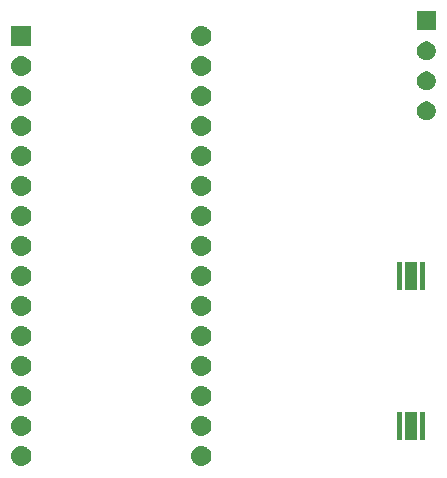
<source format=gts>
G04 #@! TF.GenerationSoftware,KiCad,Pcbnew,(5.1.0)-1*
G04 #@! TF.CreationDate,2019-10-27T15:01:23-04:00*
G04 #@! TF.ProjectId,Reciever,52656369-6576-4657-922e-6b696361645f,rev?*
G04 #@! TF.SameCoordinates,Original*
G04 #@! TF.FileFunction,Soldermask,Top*
G04 #@! TF.FilePolarity,Negative*
%FSLAX46Y46*%
G04 Gerber Fmt 4.6, Leading zero omitted, Abs format (unit mm)*
G04 Created by KiCad (PCBNEW (5.1.0)-1) date 2019-10-27 15:01:23*
%MOMM*%
%LPD*%
G04 APERTURE LIST*
%ADD10C,0.100000*%
G04 APERTURE END LIST*
D10*
G36*
X47156823Y-90601313D02*
G01*
X47317242Y-90649976D01*
X47449906Y-90720886D01*
X47465078Y-90728996D01*
X47594659Y-90835341D01*
X47701004Y-90964922D01*
X47701005Y-90964924D01*
X47780024Y-91112758D01*
X47828687Y-91273177D01*
X47845117Y-91440000D01*
X47828687Y-91606823D01*
X47780024Y-91767242D01*
X47709114Y-91899906D01*
X47701004Y-91915078D01*
X47594659Y-92044659D01*
X47465078Y-92151004D01*
X47465076Y-92151005D01*
X47317242Y-92230024D01*
X47156823Y-92278687D01*
X47031804Y-92291000D01*
X46948196Y-92291000D01*
X46823177Y-92278687D01*
X46662758Y-92230024D01*
X46514924Y-92151005D01*
X46514922Y-92151004D01*
X46385341Y-92044659D01*
X46278996Y-91915078D01*
X46270886Y-91899906D01*
X46199976Y-91767242D01*
X46151313Y-91606823D01*
X46134883Y-91440000D01*
X46151313Y-91273177D01*
X46199976Y-91112758D01*
X46278995Y-90964924D01*
X46278996Y-90964922D01*
X46385341Y-90835341D01*
X46514922Y-90728996D01*
X46530094Y-90720886D01*
X46662758Y-90649976D01*
X46823177Y-90601313D01*
X46948196Y-90589000D01*
X47031804Y-90589000D01*
X47156823Y-90601313D01*
X47156823Y-90601313D01*
G37*
G36*
X31916823Y-90601313D02*
G01*
X32077242Y-90649976D01*
X32209906Y-90720886D01*
X32225078Y-90728996D01*
X32354659Y-90835341D01*
X32461004Y-90964922D01*
X32461005Y-90964924D01*
X32540024Y-91112758D01*
X32588687Y-91273177D01*
X32605117Y-91440000D01*
X32588687Y-91606823D01*
X32540024Y-91767242D01*
X32469114Y-91899906D01*
X32461004Y-91915078D01*
X32354659Y-92044659D01*
X32225078Y-92151004D01*
X32225076Y-92151005D01*
X32077242Y-92230024D01*
X31916823Y-92278687D01*
X31791804Y-92291000D01*
X31708196Y-92291000D01*
X31583177Y-92278687D01*
X31422758Y-92230024D01*
X31274924Y-92151005D01*
X31274922Y-92151004D01*
X31145341Y-92044659D01*
X31038996Y-91915078D01*
X31030886Y-91899906D01*
X30959976Y-91767242D01*
X30911313Y-91606823D01*
X30894883Y-91440000D01*
X30911313Y-91273177D01*
X30959976Y-91112758D01*
X31038995Y-90964924D01*
X31038996Y-90964922D01*
X31145341Y-90835341D01*
X31274922Y-90728996D01*
X31290094Y-90720886D01*
X31422758Y-90649976D01*
X31583177Y-90601313D01*
X31708196Y-90589000D01*
X31791804Y-90589000D01*
X31916823Y-90601313D01*
X31916823Y-90601313D01*
G37*
G36*
X65281000Y-90096000D02*
G01*
X64259000Y-90096000D01*
X64259000Y-87704000D01*
X65281000Y-87704000D01*
X65281000Y-90096000D01*
X65281000Y-90096000D01*
G37*
G36*
X64006000Y-90096000D02*
G01*
X63574000Y-90096000D01*
X63574000Y-87704000D01*
X64006000Y-87704000D01*
X64006000Y-90096000D01*
X64006000Y-90096000D01*
G37*
G36*
X65966000Y-90096000D02*
G01*
X65534000Y-90096000D01*
X65534000Y-87704000D01*
X65966000Y-87704000D01*
X65966000Y-90096000D01*
X65966000Y-90096000D01*
G37*
G36*
X47156823Y-88061313D02*
G01*
X47317242Y-88109976D01*
X47449906Y-88180886D01*
X47465078Y-88188996D01*
X47594659Y-88295341D01*
X47701004Y-88424922D01*
X47701005Y-88424924D01*
X47780024Y-88572758D01*
X47828687Y-88733177D01*
X47845117Y-88900000D01*
X47828687Y-89066823D01*
X47780024Y-89227242D01*
X47709114Y-89359906D01*
X47701004Y-89375078D01*
X47594659Y-89504659D01*
X47465078Y-89611004D01*
X47465076Y-89611005D01*
X47317242Y-89690024D01*
X47156823Y-89738687D01*
X47031804Y-89751000D01*
X46948196Y-89751000D01*
X46823177Y-89738687D01*
X46662758Y-89690024D01*
X46514924Y-89611005D01*
X46514922Y-89611004D01*
X46385341Y-89504659D01*
X46278996Y-89375078D01*
X46270886Y-89359906D01*
X46199976Y-89227242D01*
X46151313Y-89066823D01*
X46134883Y-88900000D01*
X46151313Y-88733177D01*
X46199976Y-88572758D01*
X46278995Y-88424924D01*
X46278996Y-88424922D01*
X46385341Y-88295341D01*
X46514922Y-88188996D01*
X46530094Y-88180886D01*
X46662758Y-88109976D01*
X46823177Y-88061313D01*
X46948196Y-88049000D01*
X47031804Y-88049000D01*
X47156823Y-88061313D01*
X47156823Y-88061313D01*
G37*
G36*
X31916823Y-88061313D02*
G01*
X32077242Y-88109976D01*
X32209906Y-88180886D01*
X32225078Y-88188996D01*
X32354659Y-88295341D01*
X32461004Y-88424922D01*
X32461005Y-88424924D01*
X32540024Y-88572758D01*
X32588687Y-88733177D01*
X32605117Y-88900000D01*
X32588687Y-89066823D01*
X32540024Y-89227242D01*
X32469114Y-89359906D01*
X32461004Y-89375078D01*
X32354659Y-89504659D01*
X32225078Y-89611004D01*
X32225076Y-89611005D01*
X32077242Y-89690024D01*
X31916823Y-89738687D01*
X31791804Y-89751000D01*
X31708196Y-89751000D01*
X31583177Y-89738687D01*
X31422758Y-89690024D01*
X31274924Y-89611005D01*
X31274922Y-89611004D01*
X31145341Y-89504659D01*
X31038996Y-89375078D01*
X31030886Y-89359906D01*
X30959976Y-89227242D01*
X30911313Y-89066823D01*
X30894883Y-88900000D01*
X30911313Y-88733177D01*
X30959976Y-88572758D01*
X31038995Y-88424924D01*
X31038996Y-88424922D01*
X31145341Y-88295341D01*
X31274922Y-88188996D01*
X31290094Y-88180886D01*
X31422758Y-88109976D01*
X31583177Y-88061313D01*
X31708196Y-88049000D01*
X31791804Y-88049000D01*
X31916823Y-88061313D01*
X31916823Y-88061313D01*
G37*
G36*
X47156823Y-85521313D02*
G01*
X47317242Y-85569976D01*
X47449906Y-85640886D01*
X47465078Y-85648996D01*
X47594659Y-85755341D01*
X47701004Y-85884922D01*
X47701005Y-85884924D01*
X47780024Y-86032758D01*
X47828687Y-86193177D01*
X47845117Y-86360000D01*
X47828687Y-86526823D01*
X47780024Y-86687242D01*
X47709114Y-86819906D01*
X47701004Y-86835078D01*
X47594659Y-86964659D01*
X47465078Y-87071004D01*
X47465076Y-87071005D01*
X47317242Y-87150024D01*
X47156823Y-87198687D01*
X47031804Y-87211000D01*
X46948196Y-87211000D01*
X46823177Y-87198687D01*
X46662758Y-87150024D01*
X46514924Y-87071005D01*
X46514922Y-87071004D01*
X46385341Y-86964659D01*
X46278996Y-86835078D01*
X46270886Y-86819906D01*
X46199976Y-86687242D01*
X46151313Y-86526823D01*
X46134883Y-86360000D01*
X46151313Y-86193177D01*
X46199976Y-86032758D01*
X46278995Y-85884924D01*
X46278996Y-85884922D01*
X46385341Y-85755341D01*
X46514922Y-85648996D01*
X46530094Y-85640886D01*
X46662758Y-85569976D01*
X46823177Y-85521313D01*
X46948196Y-85509000D01*
X47031804Y-85509000D01*
X47156823Y-85521313D01*
X47156823Y-85521313D01*
G37*
G36*
X31916823Y-85521313D02*
G01*
X32077242Y-85569976D01*
X32209906Y-85640886D01*
X32225078Y-85648996D01*
X32354659Y-85755341D01*
X32461004Y-85884922D01*
X32461005Y-85884924D01*
X32540024Y-86032758D01*
X32588687Y-86193177D01*
X32605117Y-86360000D01*
X32588687Y-86526823D01*
X32540024Y-86687242D01*
X32469114Y-86819906D01*
X32461004Y-86835078D01*
X32354659Y-86964659D01*
X32225078Y-87071004D01*
X32225076Y-87071005D01*
X32077242Y-87150024D01*
X31916823Y-87198687D01*
X31791804Y-87211000D01*
X31708196Y-87211000D01*
X31583177Y-87198687D01*
X31422758Y-87150024D01*
X31274924Y-87071005D01*
X31274922Y-87071004D01*
X31145341Y-86964659D01*
X31038996Y-86835078D01*
X31030886Y-86819906D01*
X30959976Y-86687242D01*
X30911313Y-86526823D01*
X30894883Y-86360000D01*
X30911313Y-86193177D01*
X30959976Y-86032758D01*
X31038995Y-85884924D01*
X31038996Y-85884922D01*
X31145341Y-85755341D01*
X31274922Y-85648996D01*
X31290094Y-85640886D01*
X31422758Y-85569976D01*
X31583177Y-85521313D01*
X31708196Y-85509000D01*
X31791804Y-85509000D01*
X31916823Y-85521313D01*
X31916823Y-85521313D01*
G37*
G36*
X31916823Y-82981313D02*
G01*
X32077242Y-83029976D01*
X32209906Y-83100886D01*
X32225078Y-83108996D01*
X32354659Y-83215341D01*
X32461004Y-83344922D01*
X32461005Y-83344924D01*
X32540024Y-83492758D01*
X32588687Y-83653177D01*
X32605117Y-83820000D01*
X32588687Y-83986823D01*
X32540024Y-84147242D01*
X32469114Y-84279906D01*
X32461004Y-84295078D01*
X32354659Y-84424659D01*
X32225078Y-84531004D01*
X32225076Y-84531005D01*
X32077242Y-84610024D01*
X31916823Y-84658687D01*
X31791804Y-84671000D01*
X31708196Y-84671000D01*
X31583177Y-84658687D01*
X31422758Y-84610024D01*
X31274924Y-84531005D01*
X31274922Y-84531004D01*
X31145341Y-84424659D01*
X31038996Y-84295078D01*
X31030886Y-84279906D01*
X30959976Y-84147242D01*
X30911313Y-83986823D01*
X30894883Y-83820000D01*
X30911313Y-83653177D01*
X30959976Y-83492758D01*
X31038995Y-83344924D01*
X31038996Y-83344922D01*
X31145341Y-83215341D01*
X31274922Y-83108996D01*
X31290094Y-83100886D01*
X31422758Y-83029976D01*
X31583177Y-82981313D01*
X31708196Y-82969000D01*
X31791804Y-82969000D01*
X31916823Y-82981313D01*
X31916823Y-82981313D01*
G37*
G36*
X47156823Y-82981313D02*
G01*
X47317242Y-83029976D01*
X47449906Y-83100886D01*
X47465078Y-83108996D01*
X47594659Y-83215341D01*
X47701004Y-83344922D01*
X47701005Y-83344924D01*
X47780024Y-83492758D01*
X47828687Y-83653177D01*
X47845117Y-83820000D01*
X47828687Y-83986823D01*
X47780024Y-84147242D01*
X47709114Y-84279906D01*
X47701004Y-84295078D01*
X47594659Y-84424659D01*
X47465078Y-84531004D01*
X47465076Y-84531005D01*
X47317242Y-84610024D01*
X47156823Y-84658687D01*
X47031804Y-84671000D01*
X46948196Y-84671000D01*
X46823177Y-84658687D01*
X46662758Y-84610024D01*
X46514924Y-84531005D01*
X46514922Y-84531004D01*
X46385341Y-84424659D01*
X46278996Y-84295078D01*
X46270886Y-84279906D01*
X46199976Y-84147242D01*
X46151313Y-83986823D01*
X46134883Y-83820000D01*
X46151313Y-83653177D01*
X46199976Y-83492758D01*
X46278995Y-83344924D01*
X46278996Y-83344922D01*
X46385341Y-83215341D01*
X46514922Y-83108996D01*
X46530094Y-83100886D01*
X46662758Y-83029976D01*
X46823177Y-82981313D01*
X46948196Y-82969000D01*
X47031804Y-82969000D01*
X47156823Y-82981313D01*
X47156823Y-82981313D01*
G37*
G36*
X31916823Y-80441313D02*
G01*
X32077242Y-80489976D01*
X32209906Y-80560886D01*
X32225078Y-80568996D01*
X32354659Y-80675341D01*
X32461004Y-80804922D01*
X32461005Y-80804924D01*
X32540024Y-80952758D01*
X32588687Y-81113177D01*
X32605117Y-81280000D01*
X32588687Y-81446823D01*
X32540024Y-81607242D01*
X32469114Y-81739906D01*
X32461004Y-81755078D01*
X32354659Y-81884659D01*
X32225078Y-81991004D01*
X32225076Y-81991005D01*
X32077242Y-82070024D01*
X31916823Y-82118687D01*
X31791804Y-82131000D01*
X31708196Y-82131000D01*
X31583177Y-82118687D01*
X31422758Y-82070024D01*
X31274924Y-81991005D01*
X31274922Y-81991004D01*
X31145341Y-81884659D01*
X31038996Y-81755078D01*
X31030886Y-81739906D01*
X30959976Y-81607242D01*
X30911313Y-81446823D01*
X30894883Y-81280000D01*
X30911313Y-81113177D01*
X30959976Y-80952758D01*
X31038995Y-80804924D01*
X31038996Y-80804922D01*
X31145341Y-80675341D01*
X31274922Y-80568996D01*
X31290094Y-80560886D01*
X31422758Y-80489976D01*
X31583177Y-80441313D01*
X31708196Y-80429000D01*
X31791804Y-80429000D01*
X31916823Y-80441313D01*
X31916823Y-80441313D01*
G37*
G36*
X47156823Y-80441313D02*
G01*
X47317242Y-80489976D01*
X47449906Y-80560886D01*
X47465078Y-80568996D01*
X47594659Y-80675341D01*
X47701004Y-80804922D01*
X47701005Y-80804924D01*
X47780024Y-80952758D01*
X47828687Y-81113177D01*
X47845117Y-81280000D01*
X47828687Y-81446823D01*
X47780024Y-81607242D01*
X47709114Y-81739906D01*
X47701004Y-81755078D01*
X47594659Y-81884659D01*
X47465078Y-81991004D01*
X47465076Y-81991005D01*
X47317242Y-82070024D01*
X47156823Y-82118687D01*
X47031804Y-82131000D01*
X46948196Y-82131000D01*
X46823177Y-82118687D01*
X46662758Y-82070024D01*
X46514924Y-81991005D01*
X46514922Y-81991004D01*
X46385341Y-81884659D01*
X46278996Y-81755078D01*
X46270886Y-81739906D01*
X46199976Y-81607242D01*
X46151313Y-81446823D01*
X46134883Y-81280000D01*
X46151313Y-81113177D01*
X46199976Y-80952758D01*
X46278995Y-80804924D01*
X46278996Y-80804922D01*
X46385341Y-80675341D01*
X46514922Y-80568996D01*
X46530094Y-80560886D01*
X46662758Y-80489976D01*
X46823177Y-80441313D01*
X46948196Y-80429000D01*
X47031804Y-80429000D01*
X47156823Y-80441313D01*
X47156823Y-80441313D01*
G37*
G36*
X31916823Y-77901313D02*
G01*
X32077242Y-77949976D01*
X32209906Y-78020886D01*
X32225078Y-78028996D01*
X32354659Y-78135341D01*
X32461004Y-78264922D01*
X32461005Y-78264924D01*
X32540024Y-78412758D01*
X32588687Y-78573177D01*
X32605117Y-78740000D01*
X32588687Y-78906823D01*
X32540024Y-79067242D01*
X32469114Y-79199906D01*
X32461004Y-79215078D01*
X32354659Y-79344659D01*
X32225078Y-79451004D01*
X32225076Y-79451005D01*
X32077242Y-79530024D01*
X31916823Y-79578687D01*
X31791804Y-79591000D01*
X31708196Y-79591000D01*
X31583177Y-79578687D01*
X31422758Y-79530024D01*
X31274924Y-79451005D01*
X31274922Y-79451004D01*
X31145341Y-79344659D01*
X31038996Y-79215078D01*
X31030886Y-79199906D01*
X30959976Y-79067242D01*
X30911313Y-78906823D01*
X30894883Y-78740000D01*
X30911313Y-78573177D01*
X30959976Y-78412758D01*
X31038995Y-78264924D01*
X31038996Y-78264922D01*
X31145341Y-78135341D01*
X31274922Y-78028996D01*
X31290094Y-78020886D01*
X31422758Y-77949976D01*
X31583177Y-77901313D01*
X31708196Y-77889000D01*
X31791804Y-77889000D01*
X31916823Y-77901313D01*
X31916823Y-77901313D01*
G37*
G36*
X47156823Y-77901313D02*
G01*
X47317242Y-77949976D01*
X47449906Y-78020886D01*
X47465078Y-78028996D01*
X47594659Y-78135341D01*
X47701004Y-78264922D01*
X47701005Y-78264924D01*
X47780024Y-78412758D01*
X47828687Y-78573177D01*
X47845117Y-78740000D01*
X47828687Y-78906823D01*
X47780024Y-79067242D01*
X47709114Y-79199906D01*
X47701004Y-79215078D01*
X47594659Y-79344659D01*
X47465078Y-79451004D01*
X47465076Y-79451005D01*
X47317242Y-79530024D01*
X47156823Y-79578687D01*
X47031804Y-79591000D01*
X46948196Y-79591000D01*
X46823177Y-79578687D01*
X46662758Y-79530024D01*
X46514924Y-79451005D01*
X46514922Y-79451004D01*
X46385341Y-79344659D01*
X46278996Y-79215078D01*
X46270886Y-79199906D01*
X46199976Y-79067242D01*
X46151313Y-78906823D01*
X46134883Y-78740000D01*
X46151313Y-78573177D01*
X46199976Y-78412758D01*
X46278995Y-78264924D01*
X46278996Y-78264922D01*
X46385341Y-78135341D01*
X46514922Y-78028996D01*
X46530094Y-78020886D01*
X46662758Y-77949976D01*
X46823177Y-77901313D01*
X46948196Y-77889000D01*
X47031804Y-77889000D01*
X47156823Y-77901313D01*
X47156823Y-77901313D01*
G37*
G36*
X65966000Y-77396000D02*
G01*
X65534000Y-77396000D01*
X65534000Y-75004000D01*
X65966000Y-75004000D01*
X65966000Y-77396000D01*
X65966000Y-77396000D01*
G37*
G36*
X65281000Y-77396000D02*
G01*
X64259000Y-77396000D01*
X64259000Y-75004000D01*
X65281000Y-75004000D01*
X65281000Y-77396000D01*
X65281000Y-77396000D01*
G37*
G36*
X64006000Y-77396000D02*
G01*
X63574000Y-77396000D01*
X63574000Y-75004000D01*
X64006000Y-75004000D01*
X64006000Y-77396000D01*
X64006000Y-77396000D01*
G37*
G36*
X31916823Y-75361313D02*
G01*
X32077242Y-75409976D01*
X32209906Y-75480886D01*
X32225078Y-75488996D01*
X32354659Y-75595341D01*
X32461004Y-75724922D01*
X32461005Y-75724924D01*
X32540024Y-75872758D01*
X32588687Y-76033177D01*
X32605117Y-76200000D01*
X32588687Y-76366823D01*
X32540024Y-76527242D01*
X32469114Y-76659906D01*
X32461004Y-76675078D01*
X32354659Y-76804659D01*
X32225078Y-76911004D01*
X32225076Y-76911005D01*
X32077242Y-76990024D01*
X31916823Y-77038687D01*
X31791804Y-77051000D01*
X31708196Y-77051000D01*
X31583177Y-77038687D01*
X31422758Y-76990024D01*
X31274924Y-76911005D01*
X31274922Y-76911004D01*
X31145341Y-76804659D01*
X31038996Y-76675078D01*
X31030886Y-76659906D01*
X30959976Y-76527242D01*
X30911313Y-76366823D01*
X30894883Y-76200000D01*
X30911313Y-76033177D01*
X30959976Y-75872758D01*
X31038995Y-75724924D01*
X31038996Y-75724922D01*
X31145341Y-75595341D01*
X31274922Y-75488996D01*
X31290094Y-75480886D01*
X31422758Y-75409976D01*
X31583177Y-75361313D01*
X31708196Y-75349000D01*
X31791804Y-75349000D01*
X31916823Y-75361313D01*
X31916823Y-75361313D01*
G37*
G36*
X47156823Y-75361313D02*
G01*
X47317242Y-75409976D01*
X47449906Y-75480886D01*
X47465078Y-75488996D01*
X47594659Y-75595341D01*
X47701004Y-75724922D01*
X47701005Y-75724924D01*
X47780024Y-75872758D01*
X47828687Y-76033177D01*
X47845117Y-76200000D01*
X47828687Y-76366823D01*
X47780024Y-76527242D01*
X47709114Y-76659906D01*
X47701004Y-76675078D01*
X47594659Y-76804659D01*
X47465078Y-76911004D01*
X47465076Y-76911005D01*
X47317242Y-76990024D01*
X47156823Y-77038687D01*
X47031804Y-77051000D01*
X46948196Y-77051000D01*
X46823177Y-77038687D01*
X46662758Y-76990024D01*
X46514924Y-76911005D01*
X46514922Y-76911004D01*
X46385341Y-76804659D01*
X46278996Y-76675078D01*
X46270886Y-76659906D01*
X46199976Y-76527242D01*
X46151313Y-76366823D01*
X46134883Y-76200000D01*
X46151313Y-76033177D01*
X46199976Y-75872758D01*
X46278995Y-75724924D01*
X46278996Y-75724922D01*
X46385341Y-75595341D01*
X46514922Y-75488996D01*
X46530094Y-75480886D01*
X46662758Y-75409976D01*
X46823177Y-75361313D01*
X46948196Y-75349000D01*
X47031804Y-75349000D01*
X47156823Y-75361313D01*
X47156823Y-75361313D01*
G37*
G36*
X47156823Y-72821313D02*
G01*
X47317242Y-72869976D01*
X47449906Y-72940886D01*
X47465078Y-72948996D01*
X47594659Y-73055341D01*
X47701004Y-73184922D01*
X47701005Y-73184924D01*
X47780024Y-73332758D01*
X47828687Y-73493177D01*
X47845117Y-73660000D01*
X47828687Y-73826823D01*
X47780024Y-73987242D01*
X47709114Y-74119906D01*
X47701004Y-74135078D01*
X47594659Y-74264659D01*
X47465078Y-74371004D01*
X47465076Y-74371005D01*
X47317242Y-74450024D01*
X47156823Y-74498687D01*
X47031804Y-74511000D01*
X46948196Y-74511000D01*
X46823177Y-74498687D01*
X46662758Y-74450024D01*
X46514924Y-74371005D01*
X46514922Y-74371004D01*
X46385341Y-74264659D01*
X46278996Y-74135078D01*
X46270886Y-74119906D01*
X46199976Y-73987242D01*
X46151313Y-73826823D01*
X46134883Y-73660000D01*
X46151313Y-73493177D01*
X46199976Y-73332758D01*
X46278995Y-73184924D01*
X46278996Y-73184922D01*
X46385341Y-73055341D01*
X46514922Y-72948996D01*
X46530094Y-72940886D01*
X46662758Y-72869976D01*
X46823177Y-72821313D01*
X46948196Y-72809000D01*
X47031804Y-72809000D01*
X47156823Y-72821313D01*
X47156823Y-72821313D01*
G37*
G36*
X31916823Y-72821313D02*
G01*
X32077242Y-72869976D01*
X32209906Y-72940886D01*
X32225078Y-72948996D01*
X32354659Y-73055341D01*
X32461004Y-73184922D01*
X32461005Y-73184924D01*
X32540024Y-73332758D01*
X32588687Y-73493177D01*
X32605117Y-73660000D01*
X32588687Y-73826823D01*
X32540024Y-73987242D01*
X32469114Y-74119906D01*
X32461004Y-74135078D01*
X32354659Y-74264659D01*
X32225078Y-74371004D01*
X32225076Y-74371005D01*
X32077242Y-74450024D01*
X31916823Y-74498687D01*
X31791804Y-74511000D01*
X31708196Y-74511000D01*
X31583177Y-74498687D01*
X31422758Y-74450024D01*
X31274924Y-74371005D01*
X31274922Y-74371004D01*
X31145341Y-74264659D01*
X31038996Y-74135078D01*
X31030886Y-74119906D01*
X30959976Y-73987242D01*
X30911313Y-73826823D01*
X30894883Y-73660000D01*
X30911313Y-73493177D01*
X30959976Y-73332758D01*
X31038995Y-73184924D01*
X31038996Y-73184922D01*
X31145341Y-73055341D01*
X31274922Y-72948996D01*
X31290094Y-72940886D01*
X31422758Y-72869976D01*
X31583177Y-72821313D01*
X31708196Y-72809000D01*
X31791804Y-72809000D01*
X31916823Y-72821313D01*
X31916823Y-72821313D01*
G37*
G36*
X31916823Y-70281313D02*
G01*
X32077242Y-70329976D01*
X32209906Y-70400886D01*
X32225078Y-70408996D01*
X32354659Y-70515341D01*
X32461004Y-70644922D01*
X32461005Y-70644924D01*
X32540024Y-70792758D01*
X32588687Y-70953177D01*
X32605117Y-71120000D01*
X32588687Y-71286823D01*
X32540024Y-71447242D01*
X32469114Y-71579906D01*
X32461004Y-71595078D01*
X32354659Y-71724659D01*
X32225078Y-71831004D01*
X32225076Y-71831005D01*
X32077242Y-71910024D01*
X31916823Y-71958687D01*
X31791804Y-71971000D01*
X31708196Y-71971000D01*
X31583177Y-71958687D01*
X31422758Y-71910024D01*
X31274924Y-71831005D01*
X31274922Y-71831004D01*
X31145341Y-71724659D01*
X31038996Y-71595078D01*
X31030886Y-71579906D01*
X30959976Y-71447242D01*
X30911313Y-71286823D01*
X30894883Y-71120000D01*
X30911313Y-70953177D01*
X30959976Y-70792758D01*
X31038995Y-70644924D01*
X31038996Y-70644922D01*
X31145341Y-70515341D01*
X31274922Y-70408996D01*
X31290094Y-70400886D01*
X31422758Y-70329976D01*
X31583177Y-70281313D01*
X31708196Y-70269000D01*
X31791804Y-70269000D01*
X31916823Y-70281313D01*
X31916823Y-70281313D01*
G37*
G36*
X47156823Y-70281313D02*
G01*
X47317242Y-70329976D01*
X47449906Y-70400886D01*
X47465078Y-70408996D01*
X47594659Y-70515341D01*
X47701004Y-70644922D01*
X47701005Y-70644924D01*
X47780024Y-70792758D01*
X47828687Y-70953177D01*
X47845117Y-71120000D01*
X47828687Y-71286823D01*
X47780024Y-71447242D01*
X47709114Y-71579906D01*
X47701004Y-71595078D01*
X47594659Y-71724659D01*
X47465078Y-71831004D01*
X47465076Y-71831005D01*
X47317242Y-71910024D01*
X47156823Y-71958687D01*
X47031804Y-71971000D01*
X46948196Y-71971000D01*
X46823177Y-71958687D01*
X46662758Y-71910024D01*
X46514924Y-71831005D01*
X46514922Y-71831004D01*
X46385341Y-71724659D01*
X46278996Y-71595078D01*
X46270886Y-71579906D01*
X46199976Y-71447242D01*
X46151313Y-71286823D01*
X46134883Y-71120000D01*
X46151313Y-70953177D01*
X46199976Y-70792758D01*
X46278995Y-70644924D01*
X46278996Y-70644922D01*
X46385341Y-70515341D01*
X46514922Y-70408996D01*
X46530094Y-70400886D01*
X46662758Y-70329976D01*
X46823177Y-70281313D01*
X46948196Y-70269000D01*
X47031804Y-70269000D01*
X47156823Y-70281313D01*
X47156823Y-70281313D01*
G37*
G36*
X47156823Y-67741313D02*
G01*
X47317242Y-67789976D01*
X47449906Y-67860886D01*
X47465078Y-67868996D01*
X47594659Y-67975341D01*
X47701004Y-68104922D01*
X47701005Y-68104924D01*
X47780024Y-68252758D01*
X47828687Y-68413177D01*
X47845117Y-68580000D01*
X47828687Y-68746823D01*
X47780024Y-68907242D01*
X47709114Y-69039906D01*
X47701004Y-69055078D01*
X47594659Y-69184659D01*
X47465078Y-69291004D01*
X47465076Y-69291005D01*
X47317242Y-69370024D01*
X47156823Y-69418687D01*
X47031804Y-69431000D01*
X46948196Y-69431000D01*
X46823177Y-69418687D01*
X46662758Y-69370024D01*
X46514924Y-69291005D01*
X46514922Y-69291004D01*
X46385341Y-69184659D01*
X46278996Y-69055078D01*
X46270886Y-69039906D01*
X46199976Y-68907242D01*
X46151313Y-68746823D01*
X46134883Y-68580000D01*
X46151313Y-68413177D01*
X46199976Y-68252758D01*
X46278995Y-68104924D01*
X46278996Y-68104922D01*
X46385341Y-67975341D01*
X46514922Y-67868996D01*
X46530094Y-67860886D01*
X46662758Y-67789976D01*
X46823177Y-67741313D01*
X46948196Y-67729000D01*
X47031804Y-67729000D01*
X47156823Y-67741313D01*
X47156823Y-67741313D01*
G37*
G36*
X31916823Y-67741313D02*
G01*
X32077242Y-67789976D01*
X32209906Y-67860886D01*
X32225078Y-67868996D01*
X32354659Y-67975341D01*
X32461004Y-68104922D01*
X32461005Y-68104924D01*
X32540024Y-68252758D01*
X32588687Y-68413177D01*
X32605117Y-68580000D01*
X32588687Y-68746823D01*
X32540024Y-68907242D01*
X32469114Y-69039906D01*
X32461004Y-69055078D01*
X32354659Y-69184659D01*
X32225078Y-69291004D01*
X32225076Y-69291005D01*
X32077242Y-69370024D01*
X31916823Y-69418687D01*
X31791804Y-69431000D01*
X31708196Y-69431000D01*
X31583177Y-69418687D01*
X31422758Y-69370024D01*
X31274924Y-69291005D01*
X31274922Y-69291004D01*
X31145341Y-69184659D01*
X31038996Y-69055078D01*
X31030886Y-69039906D01*
X30959976Y-68907242D01*
X30911313Y-68746823D01*
X30894883Y-68580000D01*
X30911313Y-68413177D01*
X30959976Y-68252758D01*
X31038995Y-68104924D01*
X31038996Y-68104922D01*
X31145341Y-67975341D01*
X31274922Y-67868996D01*
X31290094Y-67860886D01*
X31422758Y-67789976D01*
X31583177Y-67741313D01*
X31708196Y-67729000D01*
X31791804Y-67729000D01*
X31916823Y-67741313D01*
X31916823Y-67741313D01*
G37*
G36*
X47156823Y-65201313D02*
G01*
X47317242Y-65249976D01*
X47449906Y-65320886D01*
X47465078Y-65328996D01*
X47594659Y-65435341D01*
X47701004Y-65564922D01*
X47701005Y-65564924D01*
X47780024Y-65712758D01*
X47828687Y-65873177D01*
X47845117Y-66040000D01*
X47828687Y-66206823D01*
X47780024Y-66367242D01*
X47709114Y-66499906D01*
X47701004Y-66515078D01*
X47594659Y-66644659D01*
X47465078Y-66751004D01*
X47465076Y-66751005D01*
X47317242Y-66830024D01*
X47156823Y-66878687D01*
X47031804Y-66891000D01*
X46948196Y-66891000D01*
X46823177Y-66878687D01*
X46662758Y-66830024D01*
X46514924Y-66751005D01*
X46514922Y-66751004D01*
X46385341Y-66644659D01*
X46278996Y-66515078D01*
X46270886Y-66499906D01*
X46199976Y-66367242D01*
X46151313Y-66206823D01*
X46134883Y-66040000D01*
X46151313Y-65873177D01*
X46199976Y-65712758D01*
X46278995Y-65564924D01*
X46278996Y-65564922D01*
X46385341Y-65435341D01*
X46514922Y-65328996D01*
X46530094Y-65320886D01*
X46662758Y-65249976D01*
X46823177Y-65201313D01*
X46948196Y-65189000D01*
X47031804Y-65189000D01*
X47156823Y-65201313D01*
X47156823Y-65201313D01*
G37*
G36*
X31916823Y-65201313D02*
G01*
X32077242Y-65249976D01*
X32209906Y-65320886D01*
X32225078Y-65328996D01*
X32354659Y-65435341D01*
X32461004Y-65564922D01*
X32461005Y-65564924D01*
X32540024Y-65712758D01*
X32588687Y-65873177D01*
X32605117Y-66040000D01*
X32588687Y-66206823D01*
X32540024Y-66367242D01*
X32469114Y-66499906D01*
X32461004Y-66515078D01*
X32354659Y-66644659D01*
X32225078Y-66751004D01*
X32225076Y-66751005D01*
X32077242Y-66830024D01*
X31916823Y-66878687D01*
X31791804Y-66891000D01*
X31708196Y-66891000D01*
X31583177Y-66878687D01*
X31422758Y-66830024D01*
X31274924Y-66751005D01*
X31274922Y-66751004D01*
X31145341Y-66644659D01*
X31038996Y-66515078D01*
X31030886Y-66499906D01*
X30959976Y-66367242D01*
X30911313Y-66206823D01*
X30894883Y-66040000D01*
X30911313Y-65873177D01*
X30959976Y-65712758D01*
X31038995Y-65564924D01*
X31038996Y-65564922D01*
X31145341Y-65435341D01*
X31274922Y-65328996D01*
X31290094Y-65320886D01*
X31422758Y-65249976D01*
X31583177Y-65201313D01*
X31708196Y-65189000D01*
X31791804Y-65189000D01*
X31916823Y-65201313D01*
X31916823Y-65201313D01*
G37*
G36*
X31916823Y-62661313D02*
G01*
X32077242Y-62709976D01*
X32134550Y-62740608D01*
X32225078Y-62788996D01*
X32354659Y-62895341D01*
X32461004Y-63024922D01*
X32461005Y-63024924D01*
X32540024Y-63172758D01*
X32588687Y-63333177D01*
X32605117Y-63500000D01*
X32588687Y-63666823D01*
X32540024Y-63827242D01*
X32469114Y-63959906D01*
X32461004Y-63975078D01*
X32354659Y-64104659D01*
X32225078Y-64211004D01*
X32225076Y-64211005D01*
X32077242Y-64290024D01*
X31916823Y-64338687D01*
X31791804Y-64351000D01*
X31708196Y-64351000D01*
X31583177Y-64338687D01*
X31422758Y-64290024D01*
X31274924Y-64211005D01*
X31274922Y-64211004D01*
X31145341Y-64104659D01*
X31038996Y-63975078D01*
X31030886Y-63959906D01*
X30959976Y-63827242D01*
X30911313Y-63666823D01*
X30894883Y-63500000D01*
X30911313Y-63333177D01*
X30959976Y-63172758D01*
X31038995Y-63024924D01*
X31038996Y-63024922D01*
X31145341Y-62895341D01*
X31274922Y-62788996D01*
X31365450Y-62740608D01*
X31422758Y-62709976D01*
X31583177Y-62661313D01*
X31708196Y-62649000D01*
X31791804Y-62649000D01*
X31916823Y-62661313D01*
X31916823Y-62661313D01*
G37*
G36*
X47156823Y-62661313D02*
G01*
X47317242Y-62709976D01*
X47374550Y-62740608D01*
X47465078Y-62788996D01*
X47594659Y-62895341D01*
X47701004Y-63024922D01*
X47701005Y-63024924D01*
X47780024Y-63172758D01*
X47828687Y-63333177D01*
X47845117Y-63500000D01*
X47828687Y-63666823D01*
X47780024Y-63827242D01*
X47709114Y-63959906D01*
X47701004Y-63975078D01*
X47594659Y-64104659D01*
X47465078Y-64211004D01*
X47465076Y-64211005D01*
X47317242Y-64290024D01*
X47156823Y-64338687D01*
X47031804Y-64351000D01*
X46948196Y-64351000D01*
X46823177Y-64338687D01*
X46662758Y-64290024D01*
X46514924Y-64211005D01*
X46514922Y-64211004D01*
X46385341Y-64104659D01*
X46278996Y-63975078D01*
X46270886Y-63959906D01*
X46199976Y-63827242D01*
X46151313Y-63666823D01*
X46134883Y-63500000D01*
X46151313Y-63333177D01*
X46199976Y-63172758D01*
X46278995Y-63024924D01*
X46278996Y-63024922D01*
X46385341Y-62895341D01*
X46514922Y-62788996D01*
X46605450Y-62740608D01*
X46662758Y-62709976D01*
X46823177Y-62661313D01*
X46948196Y-62649000D01*
X47031804Y-62649000D01*
X47156823Y-62661313D01*
X47156823Y-62661313D01*
G37*
G36*
X66273642Y-61459781D02*
G01*
X66419414Y-61520162D01*
X66419416Y-61520163D01*
X66550608Y-61607822D01*
X66662178Y-61719392D01*
X66723388Y-61811000D01*
X66749838Y-61850586D01*
X66810219Y-61996358D01*
X66841000Y-62151107D01*
X66841000Y-62308893D01*
X66810219Y-62463642D01*
X66749838Y-62609414D01*
X66749837Y-62609416D01*
X66662178Y-62740608D01*
X66550608Y-62852178D01*
X66419416Y-62939837D01*
X66419415Y-62939838D01*
X66419414Y-62939838D01*
X66273642Y-63000219D01*
X66118893Y-63031000D01*
X65961107Y-63031000D01*
X65806358Y-63000219D01*
X65660586Y-62939838D01*
X65660585Y-62939838D01*
X65660584Y-62939837D01*
X65529392Y-62852178D01*
X65417822Y-62740608D01*
X65330163Y-62609416D01*
X65330162Y-62609414D01*
X65269781Y-62463642D01*
X65239000Y-62308893D01*
X65239000Y-62151107D01*
X65269781Y-61996358D01*
X65330162Y-61850586D01*
X65356612Y-61811000D01*
X65417822Y-61719392D01*
X65529392Y-61607822D01*
X65660584Y-61520163D01*
X65660586Y-61520162D01*
X65806358Y-61459781D01*
X65961107Y-61429000D01*
X66118893Y-61429000D01*
X66273642Y-61459781D01*
X66273642Y-61459781D01*
G37*
G36*
X47156823Y-60121313D02*
G01*
X47317242Y-60169976D01*
X47374550Y-60200608D01*
X47465078Y-60248996D01*
X47594659Y-60355341D01*
X47701004Y-60484922D01*
X47701005Y-60484924D01*
X47780024Y-60632758D01*
X47828687Y-60793177D01*
X47845117Y-60960000D01*
X47828687Y-61126823D01*
X47780024Y-61287242D01*
X47709114Y-61419906D01*
X47701004Y-61435078D01*
X47594659Y-61564659D01*
X47465078Y-61671004D01*
X47465076Y-61671005D01*
X47317242Y-61750024D01*
X47156823Y-61798687D01*
X47031804Y-61811000D01*
X46948196Y-61811000D01*
X46823177Y-61798687D01*
X46662758Y-61750024D01*
X46514924Y-61671005D01*
X46514922Y-61671004D01*
X46385341Y-61564659D01*
X46278996Y-61435078D01*
X46270886Y-61419906D01*
X46199976Y-61287242D01*
X46151313Y-61126823D01*
X46134883Y-60960000D01*
X46151313Y-60793177D01*
X46199976Y-60632758D01*
X46278995Y-60484924D01*
X46278996Y-60484922D01*
X46385341Y-60355341D01*
X46514922Y-60248996D01*
X46605450Y-60200608D01*
X46662758Y-60169976D01*
X46823177Y-60121313D01*
X46948196Y-60109000D01*
X47031804Y-60109000D01*
X47156823Y-60121313D01*
X47156823Y-60121313D01*
G37*
G36*
X31916823Y-60121313D02*
G01*
X32077242Y-60169976D01*
X32134550Y-60200608D01*
X32225078Y-60248996D01*
X32354659Y-60355341D01*
X32461004Y-60484922D01*
X32461005Y-60484924D01*
X32540024Y-60632758D01*
X32588687Y-60793177D01*
X32605117Y-60960000D01*
X32588687Y-61126823D01*
X32540024Y-61287242D01*
X32469114Y-61419906D01*
X32461004Y-61435078D01*
X32354659Y-61564659D01*
X32225078Y-61671004D01*
X32225076Y-61671005D01*
X32077242Y-61750024D01*
X31916823Y-61798687D01*
X31791804Y-61811000D01*
X31708196Y-61811000D01*
X31583177Y-61798687D01*
X31422758Y-61750024D01*
X31274924Y-61671005D01*
X31274922Y-61671004D01*
X31145341Y-61564659D01*
X31038996Y-61435078D01*
X31030886Y-61419906D01*
X30959976Y-61287242D01*
X30911313Y-61126823D01*
X30894883Y-60960000D01*
X30911313Y-60793177D01*
X30959976Y-60632758D01*
X31038995Y-60484924D01*
X31038996Y-60484922D01*
X31145341Y-60355341D01*
X31274922Y-60248996D01*
X31365450Y-60200608D01*
X31422758Y-60169976D01*
X31583177Y-60121313D01*
X31708196Y-60109000D01*
X31791804Y-60109000D01*
X31916823Y-60121313D01*
X31916823Y-60121313D01*
G37*
G36*
X66273642Y-58919781D02*
G01*
X66419414Y-58980162D01*
X66419416Y-58980163D01*
X66550608Y-59067822D01*
X66662178Y-59179392D01*
X66723388Y-59271000D01*
X66749838Y-59310586D01*
X66810219Y-59456358D01*
X66841000Y-59611107D01*
X66841000Y-59768893D01*
X66810219Y-59923642D01*
X66749838Y-60069414D01*
X66749837Y-60069416D01*
X66662178Y-60200608D01*
X66550608Y-60312178D01*
X66419416Y-60399837D01*
X66419415Y-60399838D01*
X66419414Y-60399838D01*
X66273642Y-60460219D01*
X66118893Y-60491000D01*
X65961107Y-60491000D01*
X65806358Y-60460219D01*
X65660586Y-60399838D01*
X65660585Y-60399838D01*
X65660584Y-60399837D01*
X65529392Y-60312178D01*
X65417822Y-60200608D01*
X65330163Y-60069416D01*
X65330162Y-60069414D01*
X65269781Y-59923642D01*
X65239000Y-59768893D01*
X65239000Y-59611107D01*
X65269781Y-59456358D01*
X65330162Y-59310586D01*
X65356612Y-59271000D01*
X65417822Y-59179392D01*
X65529392Y-59067822D01*
X65660584Y-58980163D01*
X65660586Y-58980162D01*
X65806358Y-58919781D01*
X65961107Y-58889000D01*
X66118893Y-58889000D01*
X66273642Y-58919781D01*
X66273642Y-58919781D01*
G37*
G36*
X47156823Y-57581313D02*
G01*
X47317242Y-57629976D01*
X47374550Y-57660608D01*
X47465078Y-57708996D01*
X47594659Y-57815341D01*
X47701004Y-57944922D01*
X47701005Y-57944924D01*
X47780024Y-58092758D01*
X47828687Y-58253177D01*
X47845117Y-58420000D01*
X47828687Y-58586823D01*
X47780024Y-58747242D01*
X47709114Y-58879906D01*
X47701004Y-58895078D01*
X47594659Y-59024659D01*
X47465078Y-59131004D01*
X47465076Y-59131005D01*
X47317242Y-59210024D01*
X47156823Y-59258687D01*
X47031804Y-59271000D01*
X46948196Y-59271000D01*
X46823177Y-59258687D01*
X46662758Y-59210024D01*
X46514924Y-59131005D01*
X46514922Y-59131004D01*
X46385341Y-59024659D01*
X46278996Y-58895078D01*
X46270886Y-58879906D01*
X46199976Y-58747242D01*
X46151313Y-58586823D01*
X46134883Y-58420000D01*
X46151313Y-58253177D01*
X46199976Y-58092758D01*
X46278995Y-57944924D01*
X46278996Y-57944922D01*
X46385341Y-57815341D01*
X46514922Y-57708996D01*
X46605450Y-57660608D01*
X46662758Y-57629976D01*
X46823177Y-57581313D01*
X46948196Y-57569000D01*
X47031804Y-57569000D01*
X47156823Y-57581313D01*
X47156823Y-57581313D01*
G37*
G36*
X31916823Y-57581313D02*
G01*
X32077242Y-57629976D01*
X32134550Y-57660608D01*
X32225078Y-57708996D01*
X32354659Y-57815341D01*
X32461004Y-57944922D01*
X32461005Y-57944924D01*
X32540024Y-58092758D01*
X32588687Y-58253177D01*
X32605117Y-58420000D01*
X32588687Y-58586823D01*
X32540024Y-58747242D01*
X32469114Y-58879906D01*
X32461004Y-58895078D01*
X32354659Y-59024659D01*
X32225078Y-59131004D01*
X32225076Y-59131005D01*
X32077242Y-59210024D01*
X31916823Y-59258687D01*
X31791804Y-59271000D01*
X31708196Y-59271000D01*
X31583177Y-59258687D01*
X31422758Y-59210024D01*
X31274924Y-59131005D01*
X31274922Y-59131004D01*
X31145341Y-59024659D01*
X31038996Y-58895078D01*
X31030886Y-58879906D01*
X30959976Y-58747242D01*
X30911313Y-58586823D01*
X30894883Y-58420000D01*
X30911313Y-58253177D01*
X30959976Y-58092758D01*
X31038995Y-57944924D01*
X31038996Y-57944922D01*
X31145341Y-57815341D01*
X31274922Y-57708996D01*
X31365450Y-57660608D01*
X31422758Y-57629976D01*
X31583177Y-57581313D01*
X31708196Y-57569000D01*
X31791804Y-57569000D01*
X31916823Y-57581313D01*
X31916823Y-57581313D01*
G37*
G36*
X66273642Y-56379781D02*
G01*
X66419414Y-56440162D01*
X66419416Y-56440163D01*
X66550608Y-56527822D01*
X66662178Y-56639392D01*
X66723388Y-56731000D01*
X66749838Y-56770586D01*
X66810219Y-56916358D01*
X66841000Y-57071107D01*
X66841000Y-57228893D01*
X66810219Y-57383642D01*
X66749838Y-57529414D01*
X66749837Y-57529416D01*
X66662178Y-57660608D01*
X66550608Y-57772178D01*
X66419416Y-57859837D01*
X66419415Y-57859838D01*
X66419414Y-57859838D01*
X66273642Y-57920219D01*
X66118893Y-57951000D01*
X65961107Y-57951000D01*
X65806358Y-57920219D01*
X65660586Y-57859838D01*
X65660585Y-57859838D01*
X65660584Y-57859837D01*
X65529392Y-57772178D01*
X65417822Y-57660608D01*
X65330163Y-57529416D01*
X65330162Y-57529414D01*
X65269781Y-57383642D01*
X65239000Y-57228893D01*
X65239000Y-57071107D01*
X65269781Y-56916358D01*
X65330162Y-56770586D01*
X65356612Y-56731000D01*
X65417822Y-56639392D01*
X65529392Y-56527822D01*
X65660584Y-56440163D01*
X65660586Y-56440162D01*
X65806358Y-56379781D01*
X65961107Y-56349000D01*
X66118893Y-56349000D01*
X66273642Y-56379781D01*
X66273642Y-56379781D01*
G37*
G36*
X47156823Y-55041313D02*
G01*
X47317242Y-55089976D01*
X47449906Y-55160886D01*
X47465078Y-55168996D01*
X47594659Y-55275341D01*
X47701004Y-55404922D01*
X47701005Y-55404924D01*
X47780024Y-55552758D01*
X47828687Y-55713177D01*
X47845117Y-55880000D01*
X47828687Y-56046823D01*
X47780024Y-56207242D01*
X47709114Y-56339906D01*
X47701004Y-56355078D01*
X47594659Y-56484659D01*
X47465078Y-56591004D01*
X47465076Y-56591005D01*
X47317242Y-56670024D01*
X47156823Y-56718687D01*
X47031804Y-56731000D01*
X46948196Y-56731000D01*
X46823177Y-56718687D01*
X46662758Y-56670024D01*
X46514924Y-56591005D01*
X46514922Y-56591004D01*
X46385341Y-56484659D01*
X46278996Y-56355078D01*
X46270886Y-56339906D01*
X46199976Y-56207242D01*
X46151313Y-56046823D01*
X46134883Y-55880000D01*
X46151313Y-55713177D01*
X46199976Y-55552758D01*
X46278995Y-55404924D01*
X46278996Y-55404922D01*
X46385341Y-55275341D01*
X46514922Y-55168996D01*
X46530094Y-55160886D01*
X46662758Y-55089976D01*
X46823177Y-55041313D01*
X46948196Y-55029000D01*
X47031804Y-55029000D01*
X47156823Y-55041313D01*
X47156823Y-55041313D01*
G37*
G36*
X32601000Y-56731000D02*
G01*
X30899000Y-56731000D01*
X30899000Y-55029000D01*
X32601000Y-55029000D01*
X32601000Y-56731000D01*
X32601000Y-56731000D01*
G37*
G36*
X66841000Y-55411000D02*
G01*
X65239000Y-55411000D01*
X65239000Y-53809000D01*
X66841000Y-53809000D01*
X66841000Y-55411000D01*
X66841000Y-55411000D01*
G37*
M02*

</source>
